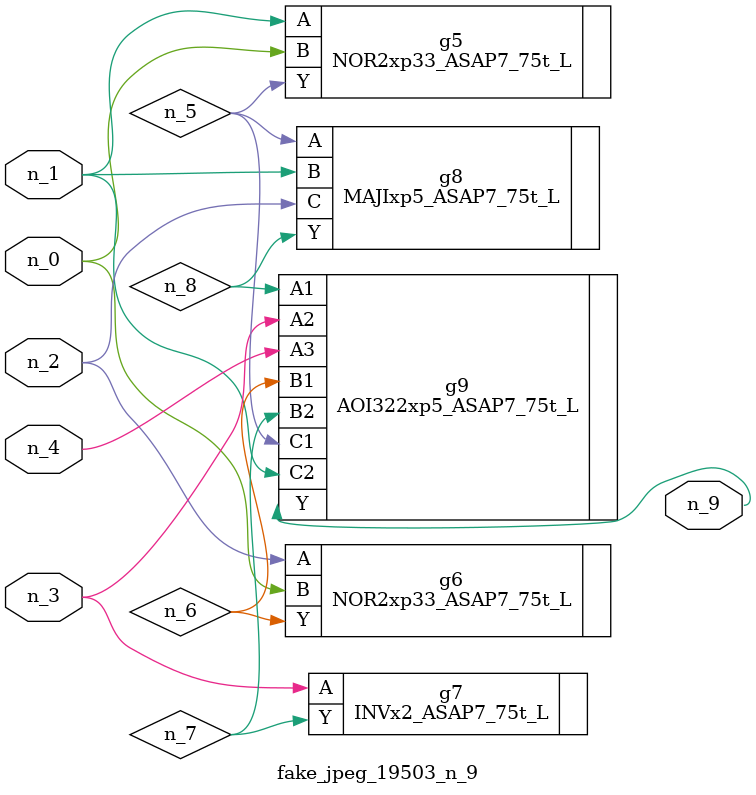
<source format=v>
module fake_jpeg_19503_n_9 (n_3, n_2, n_1, n_0, n_4, n_9);

input n_3;
input n_2;
input n_1;
input n_0;
input n_4;

output n_9;

wire n_8;
wire n_6;
wire n_5;
wire n_7;

NOR2xp33_ASAP7_75t_L g5 ( 
.A(n_1),
.B(n_0),
.Y(n_5)
);

NOR2xp33_ASAP7_75t_L g6 ( 
.A(n_2),
.B(n_0),
.Y(n_6)
);

INVx2_ASAP7_75t_L g7 ( 
.A(n_3),
.Y(n_7)
);

MAJIxp5_ASAP7_75t_L g8 ( 
.A(n_5),
.B(n_1),
.C(n_2),
.Y(n_8)
);

AOI322xp5_ASAP7_75t_L g9 ( 
.A1(n_8),
.A2(n_3),
.A3(n_4),
.B1(n_6),
.B2(n_7),
.C1(n_5),
.C2(n_1),
.Y(n_9)
);


endmodule
</source>
